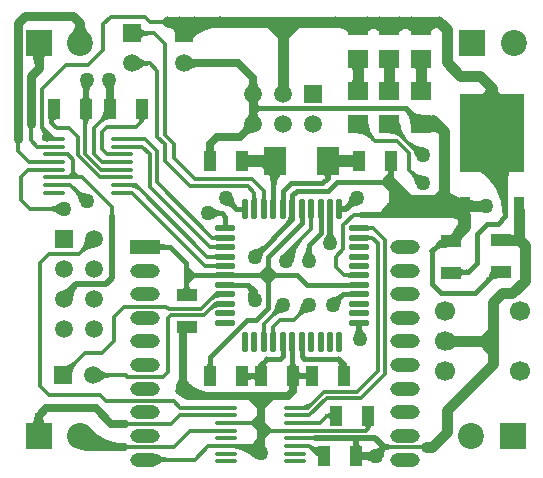
<source format=gtl>
%FSLAX25Y25*%
%MOIN*%
G70*
G01*
G75*
G04 Layer_Physical_Order=1*
G04 Layer_Color=255*
%ADD10C,0.02756*%
%ADD11C,0.01181*%
%ADD12C,0.01969*%
%ADD13C,0.01575*%
%ADD14C,0.03543*%
%ADD15C,0.03937*%
%ADD16C,0.03150*%
%ADD17R,0.04331X0.06693*%
%ADD18R,0.07480X0.09449*%
%ADD19O,0.07874X0.01378*%
%ADD20R,0.06693X0.04331*%
%ADD21R,0.03740X0.08661*%
%ADD22R,0.21654X0.26378*%
%ADD23O,0.06890X0.02165*%
%ADD24O,0.02165X0.06890*%
%ADD25R,0.07087X0.06299*%
G04:AMPARAMS|DCode=26|XSize=49.5mil|YSize=30mil|CornerRadius=0mil|HoleSize=0mil|Usage=FLASHONLY|Rotation=315.000|XOffset=0mil|YOffset=0mil|HoleType=Round|Shape=Rectangle|*
%AMROTATEDRECTD26*
4,1,4,-0.02811,0.00689,-0.00689,0.02811,0.02811,-0.00689,0.00689,-0.02811,-0.02811,0.00689,0.0*
%
%ADD26ROTATEDRECTD26*%

G04:AMPARAMS|DCode=27|XSize=49.5mil|YSize=30mil|CornerRadius=0mil|HoleSize=0mil|Usage=FLASHONLY|Rotation=45.000|XOffset=0mil|YOffset=0mil|HoleType=Round|Shape=Rectangle|*
%AMROTATEDRECTD27*
4,1,4,-0.00689,-0.02811,-0.02811,-0.00689,0.00689,0.02811,0.02811,0.00689,-0.00689,-0.02811,0.0*
%
%ADD27ROTATEDRECTD27*%

G04:AMPARAMS|DCode=28|XSize=42.4mil|YSize=15.23mil|CornerRadius=0mil|HoleSize=0mil|Usage=FLASHONLY|Rotation=315.000|XOffset=0mil|YOffset=0mil|HoleType=Round|Shape=Rectangle|*
%AMROTATEDRECTD28*
4,1,4,-0.02038,0.00961,-0.00961,0.02038,0.02038,-0.00961,0.00961,-0.02038,-0.02038,0.00961,0.0*
%
%ADD28ROTATEDRECTD28*%

G04:AMPARAMS|DCode=29|XSize=65mil|YSize=27.71mil|CornerRadius=0mil|HoleSize=0mil|Usage=FLASHONLY|Rotation=315.000|XOffset=0mil|YOffset=0mil|HoleType=Round|Shape=Rectangle|*
%AMROTATEDRECTD29*
4,1,4,-0.03278,0.01318,-0.01318,0.03278,0.03278,-0.01318,0.01318,-0.03278,-0.03278,0.01318,0.0*
%
%ADD29ROTATEDRECTD29*%

G04:AMPARAMS|DCode=30|XSize=60.87mil|YSize=31.82mil|CornerRadius=0mil|HoleSize=0mil|Usage=FLASHONLY|Rotation=45.000|XOffset=0mil|YOffset=0mil|HoleType=Round|Shape=Rectangle|*
%AMROTATEDRECTD30*
4,1,4,-0.01027,-0.03277,-0.03277,-0.01027,0.01027,0.03277,0.03277,0.01027,-0.01027,-0.03277,0.0*
%
%ADD30ROTATEDRECTD30*%

G04:AMPARAMS|DCode=31|XSize=55mil|YSize=25mil|CornerRadius=0mil|HoleSize=0mil|Usage=FLASHONLY|Rotation=45.000|XOffset=0mil|YOffset=0mil|HoleType=Round|Shape=Rectangle|*
%AMROTATEDRECTD31*
4,1,4,-0.01061,-0.02828,-0.02828,-0.01061,0.01061,0.02828,0.02828,0.01061,-0.01061,-0.02828,0.0*
%
%ADD31ROTATEDRECTD31*%

%ADD32R,0.00500X0.01000*%
G04:AMPARAMS|DCode=33|XSize=65mil|YSize=30mil|CornerRadius=0mil|HoleSize=0mil|Usage=FLASHONLY|Rotation=311.618|XOffset=0mil|YOffset=0mil|HoleType=Round|Shape=Rectangle|*
%AMROTATEDRECTD33*
4,1,4,-0.03280,0.01433,-0.01037,0.03426,0.03280,-0.01433,0.01037,-0.03426,-0.03280,0.01433,0.0*
%
%ADD33ROTATEDRECTD33*%

%ADD34P,0.07071X4X360.0*%
G04:AMPARAMS|DCode=35|XSize=40.51mil|YSize=13.28mil|CornerRadius=0mil|HoleSize=0mil|Usage=FLASHONLY|Rotation=45.000|XOffset=0mil|YOffset=0mil|HoleType=Round|Shape=Rectangle|*
%AMROTATEDRECTD35*
4,1,4,-0.00963,-0.01902,-0.01902,-0.00963,0.00963,0.01902,0.01902,0.00963,-0.00963,-0.01902,0.0*
%
%ADD35ROTATEDRECTD35*%

G04:AMPARAMS|DCode=36|XSize=40mil|YSize=11.71mil|CornerRadius=0mil|HoleSize=0mil|Usage=FLASHONLY|Rotation=51.340|XOffset=0mil|YOffset=0mil|HoleType=Round|Shape=Rectangle|*
%AMROTATEDRECTD36*
4,1,4,-0.00792,-0.01928,-0.01707,-0.01196,0.00792,0.01928,0.01707,0.01196,-0.00792,-0.01928,0.0*
%
%ADD36ROTATEDRECTD36*%

G04:AMPARAMS|DCode=37|XSize=31.15mil|YSize=14.57mil|CornerRadius=0mil|HoleSize=0mil|Usage=FLASHONLY|Rotation=315.000|XOffset=0mil|YOffset=0mil|HoleType=Round|Shape=Rectangle|*
%AMROTATEDRECTD37*
4,1,4,-0.01617,0.00586,-0.00586,0.01617,0.01617,-0.00586,0.00586,-0.01617,-0.01617,0.00586,0.0*
%
%ADD37ROTATEDRECTD37*%

G04:AMPARAMS|DCode=38|XSize=35mil|YSize=15mil|CornerRadius=0mil|HoleSize=0mil|Usage=FLASHONLY|Rotation=45.000|XOffset=0mil|YOffset=0mil|HoleType=Round|Shape=Rectangle|*
%AMROTATEDRECTD38*
4,1,4,-0.00707,-0.01768,-0.01768,-0.00707,0.00707,0.01768,0.01768,0.00707,-0.00707,-0.01768,0.0*
%
%ADD38ROTATEDRECTD38*%

G04:AMPARAMS|DCode=39|XSize=35mil|YSize=15mil|CornerRadius=0mil|HoleSize=0mil|Usage=FLASHONLY|Rotation=315.000|XOffset=0mil|YOffset=0mil|HoleType=Round|Shape=Rectangle|*
%AMROTATEDRECTD39*
4,1,4,-0.01768,0.00707,-0.00707,0.01768,0.01768,-0.00707,0.00707,-0.01768,-0.01768,0.00707,0.0*
%
%ADD39ROTATEDRECTD39*%

G04:AMPARAMS|DCode=40|XSize=17.93mil|YSize=33.18mil|CornerRadius=0mil|HoleSize=0mil|Usage=FLASHONLY|Rotation=315.000|XOffset=0mil|YOffset=0mil|HoleType=Round|Shape=Rectangle|*
%AMROTATEDRECTD40*
4,1,4,-0.01807,-0.00539,0.00539,0.01807,0.01807,0.00539,-0.00539,-0.01807,-0.01807,-0.00539,0.0*
%
%ADD40ROTATEDRECTD40*%

G04:AMPARAMS|DCode=41|XSize=27.23mil|YSize=15mil|CornerRadius=0mil|HoleSize=0mil|Usage=FLASHONLY|Rotation=45.000|XOffset=0mil|YOffset=0mil|HoleType=Round|Shape=Rectangle|*
%AMROTATEDRECTD41*
4,1,4,-0.00432,-0.01493,-0.01493,-0.00432,0.00432,0.01493,0.01493,0.00432,-0.00432,-0.01493,0.0*
%
%ADD41ROTATEDRECTD41*%

G04:AMPARAMS|DCode=42|XSize=30.51mil|YSize=15mil|CornerRadius=0mil|HoleSize=0mil|Usage=FLASHONLY|Rotation=315.000|XOffset=0mil|YOffset=0mil|HoleType=Round|Shape=Rectangle|*
%AMROTATEDRECTD42*
4,1,4,-0.01609,0.00548,-0.00548,0.01609,0.01609,-0.00548,0.00548,-0.01609,-0.01609,0.00548,0.0*
%
%ADD42ROTATEDRECTD42*%

G04:AMPARAMS|DCode=43|XSize=15mil|YSize=10.61mil|CornerRadius=0mil|HoleSize=0mil|Usage=FLASHONLY|Rotation=315.000|XOffset=0mil|YOffset=0mil|HoleType=Round|Shape=Rectangle|*
%AMROTATEDRECTD43*
4,1,4,-0.00905,0.00155,-0.00155,0.00905,0.00905,-0.00155,0.00155,-0.00905,-0.00905,0.00155,0.0*
%
%ADD43ROTATEDRECTD43*%

G04:AMPARAMS|DCode=44|XSize=25mil|YSize=11.24mil|CornerRadius=0mil|HoleSize=0mil|Usage=FLASHONLY|Rotation=41.479|XOffset=0mil|YOffset=0mil|HoleType=Round|Shape=Rectangle|*
%AMROTATEDRECTD44*
4,1,4,-0.00564,-0.01249,-0.01309,-0.00407,0.00564,0.01249,0.01309,0.00407,-0.00564,-0.01249,0.0*
%
%ADD44ROTATEDRECTD44*%

G04:AMPARAMS|DCode=45|XSize=19.45mil|YSize=10mil|CornerRadius=0mil|HoleSize=0mil|Usage=FLASHONLY|Rotation=311.390|XOffset=0mil|YOffset=0mil|HoleType=Round|Shape=Rectangle|*
%AMROTATEDRECTD45*
4,1,4,-0.01018,0.00399,-0.00268,0.01060,0.01018,-0.00399,0.00268,-0.01060,-0.01018,0.00399,0.0*
%
%ADD45ROTATEDRECTD45*%

G04:AMPARAMS|DCode=46|XSize=23.54mil|YSize=10mil|CornerRadius=0mil|HoleSize=0mil|Usage=FLASHONLY|Rotation=45.000|XOffset=0mil|YOffset=0mil|HoleType=Round|Shape=Rectangle|*
%AMROTATEDRECTD46*
4,1,4,-0.00479,-0.01186,-0.01186,-0.00479,0.00479,0.01186,0.01186,0.00479,-0.00479,-0.01186,0.0*
%
%ADD46ROTATEDRECTD46*%

G04:AMPARAMS|DCode=47|XSize=49.5mil|YSize=17.93mil|CornerRadius=0mil|HoleSize=0mil|Usage=FLASHONLY|Rotation=45.000|XOffset=0mil|YOffset=0mil|HoleType=Round|Shape=Rectangle|*
%AMROTATEDRECTD47*
4,1,4,-0.01116,-0.02384,-0.02384,-0.01116,0.01116,0.02384,0.02384,0.01116,-0.01116,-0.02384,0.0*
%
%ADD47ROTATEDRECTD47*%

G04:AMPARAMS|DCode=48|XSize=71.37mil|YSize=59.39mil|CornerRadius=0mil|HoleSize=0mil|Usage=FLASHONLY|Rotation=330.602|XOffset=0mil|YOffset=0mil|HoleType=Round|Shape=Rectangle|*
%AMROTATEDRECTD48*
4,1,4,-0.04567,-0.00836,-0.01652,0.04339,0.04567,0.00836,0.01652,-0.04339,-0.04567,-0.00836,0.0*
%
%ADD48ROTATEDRECTD48*%

G04:AMPARAMS|DCode=49|XSize=106.12mil|YSize=43.14mil|CornerRadius=0mil|HoleSize=0mil|Usage=FLASHONLY|Rotation=315.000|XOffset=0mil|YOffset=0mil|HoleType=Round|Shape=Rectangle|*
%AMROTATEDRECTD49*
4,1,4,-0.05277,0.02227,-0.02227,0.05277,0.05277,-0.02227,0.02227,-0.05277,-0.05277,0.02227,0.0*
%
%ADD49ROTATEDRECTD49*%

G04:AMPARAMS|DCode=50|XSize=43.52mil|YSize=25.48mil|CornerRadius=0mil|HoleSize=0mil|Usage=FLASHONLY|Rotation=50.423|XOffset=0mil|YOffset=0mil|HoleType=Round|Shape=Rectangle|*
%AMROTATEDRECTD50*
4,1,4,-0.00405,-0.02489,-0.02368,-0.00866,0.00405,0.02489,0.02368,0.00866,-0.00405,-0.02489,0.0*
%
%ADD50ROTATEDRECTD50*%

%ADD51R,0.19500X0.06500*%
%ADD52R,0.05906X0.05906*%
%ADD53C,0.05906*%
%ADD54O,0.09843X0.04724*%
%ADD55R,0.09843X0.04724*%
%ADD56R,0.05906X0.05906*%
%ADD57C,0.06693*%
%ADD58C,0.08661*%
%ADD59R,0.08661X0.08661*%
%ADD60C,0.05000*%
D10*
X86707Y13793D02*
G03*
X87500Y15709I-1915J1915D01*
G01*
D02*
G03*
X88293Y13793I2709J0D01*
G01*
X37185Y134344D02*
G03*
X36207Y136707I-3341J0D01*
G01*
X60345Y33845D02*
G03*
X64798Y32000I4453J4453D01*
G01*
X62293Y35793D02*
G03*
X71451Y32000I9158J9158D01*
G01*
X62606Y34811D02*
G03*
X63500Y32000I3163J-541D01*
G01*
X60707Y35793D02*
G03*
X61500Y37709I-1915J1915D01*
G01*
D02*
G03*
X62293Y35793I2709J0D01*
G01*
X125207Y11207D02*
G03*
X123291Y12000I-1915J-1915D01*
G01*
D02*
G03*
X125207Y12793I0J2709D01*
G01*
X62376Y54443D02*
G03*
X61500Y52329I2114J-2114D01*
G01*
X11511Y20998D02*
G03*
X13500Y25500I-4102J4502D01*
G01*
D02*
G03*
X15489Y20998I6090J0D01*
G01*
X25337Y17149D02*
G03*
X30011Y15000I4674J4009D01*
G01*
X27429Y18943D02*
G03*
X36005Y15000I8576J7355D01*
G01*
X29521Y20737D02*
G03*
X41999Y15000I12478J10702D01*
G01*
X30164Y18182D02*
G03*
X31094Y15000I3372J-740D01*
G01*
X31094Y15000D02*
G03*
X27913Y15931I-2441J-2441D01*
G01*
X63113Y144114D02*
G03*
X65802Y143000I2688J2688D01*
G01*
D02*
G03*
X63113Y141886I0J-3802D01*
G01*
X83886Y133929D02*
G03*
X85000Y136617I-2688J2688D01*
G01*
D02*
G03*
X86114Y133929I3802J0D01*
G01*
Y131701D02*
G03*
X85000Y129013I2688J-2688D01*
G01*
D02*
G03*
X83886Y131701I-3802J0D01*
G01*
Y123928D02*
G03*
X85000Y126617I-2688J2688D01*
G01*
D02*
G03*
X86114Y123928I3802J0D01*
G01*
X85000Y121240D02*
G03*
X82312Y120127I0J-3802D01*
G01*
D02*
G03*
X83425Y122815I-2688J2688D01*
G01*
X37740Y22760D02*
X42342D01*
X32500Y28000D02*
X37740Y22760D01*
X16000Y28000D02*
X32500D01*
X13500Y25500D02*
X16000Y28000D01*
X13500Y18815D02*
Y25500D01*
X31095Y15000D02*
X42000D01*
X27279Y18815D02*
X31095Y15000D01*
X61500Y53500D02*
X63000Y55000D01*
X61500Y34000D02*
X63500Y32000D01*
X98315Y33815D02*
Y38815D01*
X96500Y32000D02*
X98315Y33815D01*
X70685Y110500D02*
Y116185D01*
X73000Y118500D01*
X80685D01*
X85000Y122815D01*
X62000Y143000D02*
X80000D01*
X85000Y138000D01*
Y132815D02*
Y138000D01*
X119315Y12000D02*
X126000D01*
X85000Y122815D02*
Y128000D01*
Y132815D01*
X61500Y34000D02*
Y35000D01*
Y53500D01*
X37185Y127815D02*
Y137315D01*
X63500Y32000D02*
X87500D01*
X96500D01*
X87500Y13000D02*
Y32000D01*
D11*
X88655Y14155D02*
G03*
X85466Y15476I-3189J-3189D01*
G01*
X87820Y13320D02*
G03*
X82614Y15476I-5206J-5206D01*
G01*
X86985Y12485D02*
G03*
X79763Y15476I-7222J-7222D01*
G01*
X86150Y11650D02*
G03*
X76912Y15476I-9238J-9238D01*
G01*
X27591Y97000D02*
G03*
X26240Y100260I-4610J0D01*
G01*
X26240Y100260D02*
G03*
X29500Y98909I3260J3260D01*
G01*
X96995Y80495D02*
G03*
X95547Y77000I3495J-3495D01*
G01*
X99011Y82511D02*
G03*
X96728Y77000I5511J-5511D01*
G01*
X101027Y84527D02*
G03*
X97909Y77000I7527J-7527D01*
G01*
X103500Y60590D02*
G03*
X100240Y59240I0J-4610D01*
G01*
X100240Y59240D02*
G03*
X101591Y62500I-3260J3260D01*
G01*
X95000Y60590D02*
G03*
X91740Y59240I0J-4610D01*
G01*
X91740Y59240D02*
G03*
X93090Y62500I-3260J3260D01*
G01*
X139591Y112500D02*
G03*
X138777Y114463I-2777J0D01*
G01*
X138960Y114280D02*
G03*
X141500Y113228I2540J2540D01*
G01*
X136944Y116297D02*
G03*
X141500Y114409I4556J4556D01*
G01*
X139591Y103000D02*
G03*
X138240Y106260I-4610J0D01*
G01*
X138240Y106260D02*
G03*
X141500Y104909I3260J3260D01*
G01*
X20650Y93150D02*
G03*
X17390Y94500I-3260J-3260D01*
G01*
D02*
G03*
X20650Y95850I0J4610D01*
G01*
X121647Y122803D02*
G03*
X122899Y119779I4277J0D01*
G01*
X122828Y122803D02*
G03*
X124916Y117762I7129J0D01*
G01*
X123965Y118713D02*
G03*
X120269Y120244I-3697J-3697D01*
G01*
X132209Y122803D02*
G03*
X133462Y119779I4277J0D01*
G01*
X133390Y122803D02*
G03*
X135478Y117762I7129J0D01*
G01*
X134528Y118713D02*
G03*
X130831Y120244I-3697J-3697D01*
G01*
X104647Y91849D02*
G03*
X104299Y91009I840J-840D01*
G01*
D02*
G03*
X103951Y91849I-1188J0D01*
G01*
X88203Y97269D02*
G03*
X88551Y98109I-840J840D01*
G01*
D02*
G03*
X88899Y97269I1188J0D01*
G01*
X85054D02*
G03*
X85402Y98109I-840J840D01*
G01*
D02*
G03*
X85750Y97269I1188J0D01*
G01*
X73046Y84565D02*
G03*
X72206Y84913I-840J-840D01*
G01*
D02*
G03*
X73046Y85261I0J1188D01*
G01*
Y81416D02*
G03*
X72206Y81764I-840J-840D01*
G01*
D02*
G03*
X73046Y82112I0J1188D01*
G01*
Y78266D02*
G03*
X72206Y78614I-840J-840D01*
G01*
D02*
G03*
X73046Y78962I0J1188D01*
G01*
Y75117D02*
G03*
X72206Y75465I-840J-840D01*
G01*
D02*
G03*
X73046Y75813I0J1188D01*
G01*
X73394Y65524D02*
G03*
X71055Y64555I0J-3308D01*
G01*
X73394Y62374D02*
G03*
X70799Y61299I0J-3669D01*
G01*
X88203Y52781D02*
G03*
X88551Y53621I-840J840D01*
G01*
D02*
G03*
X88899Y52781I1188J0D01*
G01*
X91353D02*
G03*
X91701Y53621I-840J840D01*
G01*
D02*
G03*
X92049Y52781I1188J0D01*
G01*
X117534Y71967D02*
G03*
X116694Y72315I-840J-840D01*
G01*
D02*
G03*
X117534Y72663I0J1188D01*
G01*
X122954Y85261D02*
G03*
X123794Y84913I840J840D01*
G01*
D02*
G03*
X122954Y84565I0J-1188D01*
G01*
Y88411D02*
G03*
X123794Y88063I840J840D01*
G01*
D02*
G03*
X122954Y87715I0J-1188D01*
G01*
X46937Y101378D02*
G03*
X44665Y102319I-2272J-2272D01*
G01*
X16323Y117329D02*
G03*
X15712Y120642I-2710J1213D01*
G01*
X15245Y117812D02*
G03*
X14500Y121854I-3306J1481D01*
G01*
X18816Y126263D02*
G03*
X17685Y124662I567J-1601D01*
G01*
X19211Y125150D02*
G03*
X17685Y122990I765J-2159D01*
G01*
X30428Y125520D02*
G03*
X29000Y122072I3449J-3449D01*
G01*
Y123592D02*
G03*
X28201Y125520I-2727J0D01*
G01*
X48711Y125339D02*
G03*
X47815Y123630I1182J-1709D01*
G01*
D02*
G03*
X46919Y125339I-2077J0D01*
G01*
X37185Y125059D02*
G03*
X34409Y123909I0J-3926D01*
G01*
X34533Y124033D02*
G03*
X35610Y126634I-2601J2601D01*
G01*
X102165Y28370D02*
G03*
X104222Y29222I0J2908D01*
G01*
X105969Y13031D02*
G03*
X109001Y12460I1934J1934D01*
G01*
X104746Y14254D02*
G03*
X108527Y13542I2411J2411D01*
G01*
X103524Y15476D02*
G03*
X108053Y14623I2889J2889D01*
G01*
X107397Y12275D02*
G03*
X106000Y13000I-1397J-983D01*
G01*
D02*
G03*
X107242Y13812I0J1356D01*
G01*
X111434Y24544D02*
G03*
X109500Y25500I-1933J-1477D01*
G01*
D02*
G03*
X111434Y26456I0J2433D01*
G01*
X124211Y23024D02*
G03*
X123315Y21315I1182J-1709D01*
G01*
D02*
G03*
X122419Y23024I-2077J0D01*
G01*
X32000Y82138D02*
G03*
X27968Y80467I0J-5703D01*
G01*
D02*
G03*
X29638Y84500I-4033J4033D01*
G01*
X33170Y40670D02*
G03*
X37203Y39000I4033J4033D01*
G01*
D02*
G03*
X33170Y37330I0J-5703D01*
G01*
X21500Y41362D02*
G03*
X25532Y43033I0J5703D01*
G01*
D02*
G03*
X23862Y39000I4033J-4033D01*
G01*
X52812Y12201D02*
G03*
X55836Y10949I3024J3024D01*
G01*
D02*
G03*
X52812Y9696I0J-4277D01*
G01*
X46170Y144670D02*
G03*
X50203Y143000I4033J4033D01*
G01*
D02*
G03*
X46170Y141330I0J-5703D01*
G01*
Y154670D02*
G03*
X50203Y153000I4033J4033D01*
G01*
D02*
G03*
X46170Y151330I0J-5703D01*
G01*
X14000Y76500D02*
X17000Y79500D01*
X14000Y35500D02*
Y76500D01*
Y35500D02*
X17000Y32500D01*
X7500Y105000D02*
X10035Y107535D01*
X7500Y97500D02*
Y105000D01*
Y97500D02*
X10500Y94500D01*
X22000D01*
X10035Y107535D02*
X18583D01*
X37185Y126685D02*
Y127815D01*
X32000Y121500D02*
X37185Y126685D01*
X32000Y112815D02*
Y121500D01*
X36315Y121815D02*
X46000D01*
X34500Y120000D02*
X36315Y121815D01*
X34500Y114500D02*
Y120000D01*
X36346Y112654D02*
X41417D01*
X34500Y114500D02*
X36346Y112654D01*
X55500Y119000D02*
Y149500D01*
X52000Y153000D02*
X55500Y149500D01*
X44500Y153000D02*
X52000D01*
X50500Y143000D02*
X53000Y140500D01*
Y118500D02*
Y140500D01*
Y118500D02*
X55500Y116000D01*
Y119000D02*
X58500Y116000D01*
X83216Y102000D02*
X85402Y99814D01*
X64000Y102000D02*
X83216D01*
X55500Y110500D02*
X64000Y102000D01*
X55500Y110500D02*
Y116000D01*
X65500Y104500D02*
X84500D01*
X58500Y111500D02*
X65500Y104500D01*
X58500Y111500D02*
Y116000D01*
X115000Y89000D02*
X118500Y92500D01*
X121000D01*
X17685Y123130D02*
Y127815D01*
X46000Y121815D02*
X47815Y123630D01*
Y127815D01*
X32000Y112815D02*
X34721Y110094D01*
X41417D01*
X17685Y123130D02*
X19500Y121315D01*
X13102Y115213D02*
X18583D01*
X6500Y113815D02*
Y117815D01*
Y113815D02*
X10221Y110094D01*
X18583D01*
X41417Y117772D02*
X49043D01*
X41417Y115213D02*
X48102D01*
X41417Y102417D02*
X45898D01*
X71402Y84913D02*
X75756D01*
X70551Y81764D02*
X75756D01*
X45898Y102417D02*
X69701Y78614D01*
X75756D01*
X41417Y99858D02*
X44457D01*
X68850Y75465D01*
X75756D01*
X34280Y107535D02*
X41417D01*
X33839Y104976D02*
X41417D01*
X18583Y112654D02*
X23161D01*
X25000Y110815D01*
X11000Y117315D02*
X13102Y115213D01*
X11000Y117315D02*
Y122815D01*
X29000Y112815D02*
X34280Y107535D01*
X29000Y112815D02*
Y127130D01*
X26500Y112315D02*
X33839Y104976D01*
X19500Y121315D02*
X23500D01*
X26500Y118315D01*
Y112315D02*
Y118315D01*
X14500Y121854D02*
Y134315D01*
Y121854D02*
X18583Y117772D01*
X69976Y15476D02*
X76083D01*
X65449Y10949D02*
X69976Y15476D01*
X49000Y10949D02*
X65449D01*
X42342Y22760D02*
X57760D01*
X60713Y25713D01*
X76083D01*
X64095Y20595D02*
X76083D01*
X58500Y15000D02*
X64095Y20595D01*
X42000Y15000D02*
X58500D01*
X76083Y23154D02*
X87500D01*
Y20595D02*
X98917D01*
X76083Y15476D02*
X87500D01*
X98917Y28272D02*
X103272D01*
X108468Y33468D01*
X119468D01*
X126500Y40500D01*
X121000Y31500D02*
X129000Y39500D01*
X123315Y21315D02*
Y25500D01*
X109500D02*
X112685D01*
X107153Y23154D02*
X109500Y25500D01*
X98917Y23154D02*
X107153D01*
X98917Y20595D02*
X122594D01*
X123315Y21315D01*
X98917Y18035D02*
X105465D01*
X105500Y18000D01*
X130000Y15000D02*
X142500D01*
X120244Y84913D02*
X124587D01*
X126500Y83000D01*
Y40500D02*
Y83000D01*
X120244Y88063D02*
X124937D01*
X129000Y84000D01*
Y39500D02*
Y84000D01*
X56500Y58000D02*
X57500Y59000D01*
X56067Y61933D02*
X57000Y61000D01*
X60728Y28272D02*
X76083D01*
X58500Y30500D02*
X60728Y28272D01*
X36000Y30500D02*
X58500D01*
X57500Y59000D02*
X68500D01*
X72366Y62866D01*
X75756D01*
X57000Y61000D02*
X67500D01*
X72516Y66016D01*
X75756D01*
X85402Y94559D02*
Y99814D01*
X88551Y94559D02*
Y100449D01*
X84500Y104500D02*
X88551Y100449D01*
X44500Y143000D02*
X50500D01*
Y101815D02*
X70551Y81764D01*
X50500Y101815D02*
Y112815D01*
X48102Y115213D02*
X50500Y112815D01*
X53000Y103315D02*
X71402Y84913D01*
X53000Y103315D02*
Y113815D01*
X49043Y117772D02*
X53000Y113815D01*
X130438Y122803D02*
X140741Y112500D01*
X141500D01*
X119875Y122803D02*
X125678Y117000D01*
X133000D01*
X137000Y113000D01*
Y107500D02*
Y113000D01*
Y107500D02*
X141500Y103000D01*
X88551Y50071D02*
Y56051D01*
X95000Y62500D01*
X91701Y50071D02*
Y55201D01*
X94000Y57500D01*
X98500D01*
X103500Y62500D01*
X14500Y134315D02*
X22685Y142500D01*
X30000D01*
X35000Y147500D01*
X28315Y127815D02*
X29000Y127130D01*
X98917Y15476D02*
X103524D01*
X106000Y13000D01*
X108500D01*
X104299Y87799D02*
Y94559D01*
X96000Y79500D02*
X104299Y87799D01*
X96000Y77000D02*
Y79500D01*
X25000Y104976D02*
Y110815D01*
X38000Y92000D02*
Y95000D01*
X18583Y104976D02*
X28024D01*
X38000Y95000D01*
X24083Y102417D02*
X29500Y97000D01*
X18583Y102417D02*
X24083D01*
X115000Y81000D02*
Y89000D01*
X112500Y78500D02*
X115000Y81000D01*
X112500Y75000D02*
Y78500D01*
Y75000D02*
X115185Y72315D01*
X120244D01*
X98917Y25713D02*
X103713D01*
X109500Y31500D01*
X121000D01*
X17000Y32500D02*
X34000D01*
X36000Y30500D01*
X31500Y39000D02*
X42500D01*
X43000Y38500D01*
X55000D01*
X56500Y40000D01*
Y58000D01*
X41933Y61933D02*
X56067D01*
X34500Y46500D02*
X38500Y50500D01*
Y58500D01*
X41933Y61933D01*
X21500Y39000D02*
X29000Y46500D01*
X34500D01*
X17000Y79500D02*
X27000D01*
X32000Y84500D01*
X49000Y158500D02*
X50673Y156827D01*
X56500D01*
X35000Y147500D02*
Y156000D01*
X37500Y158500D01*
X49000D01*
D12*
X119500Y96484D02*
G03*
X116912Y95412I0J-3659D01*
G01*
X116912Y95412D02*
G03*
X117984Y98000I-2588J2588D01*
G01*
X126000Y13516D02*
G03*
X127734Y14234I0J2452D01*
G01*
X128500Y15000D02*
G03*
X127506Y12167I2450J-2450D01*
G01*
X30572Y136428D02*
G03*
X29315Y133394I3034J-3034D01*
G01*
Y134287D02*
G03*
X28428Y136428I-3028J0D01*
G01*
X109527Y84072D02*
G03*
X110598Y86659I-2588J2588D01*
G01*
D02*
G03*
X111670Y84072I3659J0D01*
G01*
X119428Y52072D02*
G03*
X120244Y54041I-1970J1970D01*
G01*
Y55277D02*
G03*
X121572Y52072I4533J0D01*
G01*
X28480Y129831D02*
G03*
X29315Y131848I-2016J2016D01*
G01*
D02*
G03*
X30150Y129831I2851J0D01*
G01*
X154897Y90905D02*
G03*
X151047Y92500I-3850J-3850D01*
G01*
X86850Y37980D02*
G03*
X85294Y38624I-1556J-1556D01*
G01*
X84374D02*
G03*
X86850Y39650I0J3502D01*
G01*
X82150Y39460D02*
G03*
X84166Y38624I2016J2016D01*
G01*
D02*
G03*
X82150Y37789I0J-2851D01*
G01*
X118480Y14016D02*
G03*
X119315Y16033I-2016J2016D01*
G01*
D02*
G03*
X120150Y14016I2851J0D01*
G01*
X22000Y66469D02*
G03*
X23653Y67153I0J2338D01*
G01*
X26000Y69500D02*
G03*
X23968Y64521I4905J-4905D01*
G01*
X121000Y92500D02*
X155524D01*
X81315Y38624D02*
X87494D01*
X125500Y18000D02*
X128500Y15000D01*
X130000D01*
X120244Y51256D02*
Y56567D01*
Y51256D02*
X120500Y51000D01*
X110598Y83000D02*
Y94559D01*
X113748D02*
X113807Y94500D01*
X29315Y127815D02*
Y137500D01*
X105500Y18000D02*
X119500D01*
X125500D01*
X119315Y12000D02*
Y17815D01*
X119500Y18000D01*
X126000Y12500D02*
X128500Y15000D01*
X126000Y12000D02*
Y12500D01*
X22000Y64500D02*
Y65500D01*
X26000Y69500D01*
X36000D01*
X38000Y71500D01*
Y92000D01*
X113748Y94559D02*
X116059D01*
X119500Y98000D01*
D13*
X111500Y64213D02*
G03*
X114424Y65424I0J4135D01*
G01*
D02*
G03*
X113213Y62500I2924J-2924D01*
G01*
X85500Y80213D02*
G03*
X88424Y81424I0J4135D01*
G01*
D02*
G03*
X87213Y78500I2924J-2924D01*
G01*
X102289Y78211D02*
G03*
X103500Y81135I-2924J2924D01*
G01*
D02*
G03*
X104711Y78211I4135J0D01*
G01*
X84629Y65475D02*
G03*
X85500Y67000I-900J1525D01*
G01*
D02*
G03*
X86371Y65475I1771J0D01*
G01*
X85378Y64065D02*
G03*
X84840Y67660I-2699J1434D01*
G01*
X83987Y64803D02*
G03*
X83335Y69165I-3275J1740D01*
G01*
X71211Y94211D02*
G03*
X74135Y93000I2924J2924D01*
G01*
D02*
G03*
X71211Y91789I0J-4135D01*
G01*
X77713Y98000D02*
G03*
X78924Y95076I4135J0D01*
G01*
D02*
G03*
X76000Y96287I-2924J-2924D01*
G01*
X62026Y66604D02*
G03*
X62685Y68196I-1592J1592D01*
G01*
Y69717D02*
G03*
X63974Y66604I4402J0D01*
G01*
X138244Y122803D02*
G03*
X136295Y127508I-6653J0D01*
G01*
X137246Y126557D02*
G03*
X140606Y125165I3360J3360D01*
G01*
X96650Y89650D02*
G03*
X97705Y92197I-2547J2547D01*
G01*
X171599Y110318D02*
G03*
X169000Y104044I6274J-6274D01*
G01*
Y106036D02*
G03*
X163441Y115529I-10885J0D01*
G01*
X169000Y103346D02*
G03*
X162670Y114155I-12394J0D01*
G01*
X169000Y100657D02*
G03*
X161900Y112782I-13902J0D01*
G01*
X169000Y97968D02*
G03*
X161129Y111408I-15411J0D01*
G01*
X169000Y95279D02*
G03*
X160359Y110035I-16919J0D01*
G01*
X169000Y92590D02*
G03*
X159588Y108662I-18428J0D01*
G01*
X149833Y84011D02*
G03*
X146932Y82933I-272J-3707D01*
G01*
X149718Y82441D02*
G03*
X144500Y80500I-490J-6668D01*
G01*
X153156Y74159D02*
G03*
X154747Y73500I1592J1592D01*
G01*
X156268D02*
G03*
X153156Y72211I0J-4402D01*
G01*
X166319Y72122D02*
G03*
X163422Y70922I0J-4097D01*
G01*
X164192Y71692D02*
G03*
X164941Y73500I-1808J1808D01*
G01*
X99289Y39789D02*
G03*
X101642Y38815I2352J2352D01*
G01*
D02*
G03*
X99289Y37841I0J-3327D01*
G01*
X97341Y40970D02*
G03*
X98000Y42562I-1592J1592D01*
G01*
Y44083D02*
G03*
X99289Y40970I4402J0D01*
G01*
X86815Y41065D02*
G03*
X87494Y42494I-1164J1430D01*
G01*
Y42494D02*
G03*
X88284Y41237I1396J0D01*
G01*
X87983Y42983D02*
G03*
X87511Y39905I1860J-1860D01*
G01*
X89500Y44500D02*
G03*
X88907Y40633I2337J-2337D01*
G01*
X69711Y40780D02*
G03*
X70685Y43132I-2352J2352D01*
G01*
D02*
G03*
X71659Y40780I3327J0D01*
G01*
X114510Y41115D02*
G03*
X115315Y42685I-1130J1570D01*
G01*
D02*
G03*
X116120Y41115I1935J0D01*
G01*
X115489Y39905D02*
G03*
X115017Y42983I-2333J1217D01*
G01*
X114093Y40633D02*
G03*
X113500Y44500I-2930J1529D01*
G01*
X103711Y37841D02*
G03*
X101358Y38815I-2352J-2352D01*
G01*
D02*
G03*
X103711Y39789I0J3327D01*
G01*
X111118Y106845D02*
G03*
X109858Y104859I937J-1987D01*
G01*
D02*
G03*
X108599Y106845I-2197J0D01*
G01*
X89701Y107853D02*
G03*
X85642Y110000I-4059J-2765D01*
G01*
X86182D02*
G03*
X90054Y111604I0J5475D01*
G01*
X93116Y108541D02*
G03*
X91701Y105124I3417J-3417D01*
G01*
X94230Y107428D02*
G03*
X91701Y101323I6105J-6105D01*
G01*
Y103452D02*
G03*
X90054Y107428I-5623J0D01*
G01*
X131789Y108344D02*
G03*
X130815Y105992I2352J-2352D01*
G01*
D02*
G03*
X129841Y108344I-3327J0D01*
G01*
X52673Y82929D02*
G03*
X55361Y81815I2688J2688D01*
G01*
D02*
G03*
X52673Y80701I0J-3802D01*
G01*
X169000Y92000D02*
Y115279D01*
X166500Y89500D02*
X169000Y92000D01*
X163000Y89500D02*
X166500D01*
X147815Y83815D02*
X151000D01*
X144500Y80500D02*
X147815Y83815D01*
X144500Y69500D02*
Y80500D01*
X147500Y66500D02*
X159000D01*
X144500Y69500D02*
X147500Y66500D01*
X120244Y88063D02*
X120307Y88000D01*
X98315Y38815D02*
X104685D01*
X105315D01*
X98000Y39130D02*
Y50071D01*
Y39130D02*
X98315Y38815D01*
X115315D02*
Y42685D01*
X101150Y45350D02*
Y50071D01*
Y45350D02*
X102000Y44500D01*
X113500D01*
X115315Y42685D01*
X94850Y45350D02*
Y50071D01*
X94000Y44500D02*
X94850Y45350D01*
X89500Y44500D02*
X94000D01*
X87494Y42494D02*
X89500Y44500D01*
X87494Y38624D02*
Y42494D01*
X85642Y110000D02*
X90000D01*
X91701Y108299D01*
Y94559D02*
Y108299D01*
X75756Y88063D02*
Y91744D01*
X74500Y93000D02*
X75756Y91744D01*
X70000Y93000D02*
X74500D01*
X79441Y94559D02*
X82252D01*
X76000Y98000D02*
X79441Y94559D01*
X75756Y69165D02*
X83335D01*
X85500Y67000D01*
Y64000D02*
Y67000D01*
X75756Y72315D02*
X90000D01*
X70685Y38624D02*
Y45185D01*
X83000Y57500D01*
X108000Y103000D02*
X109858Y104858D01*
Y110500D01*
X94850Y94559D02*
Y100350D01*
X97500Y103000D01*
X108000D01*
X98000Y94559D02*
Y99000D01*
X130815Y93500D02*
Y110500D01*
X130438Y122063D02*
Y122803D01*
X131197D01*
X83000Y57500D02*
X86000D01*
X90000Y61500D01*
X103500Y77000D02*
Y82500D01*
X107449Y86449D01*
Y94559D01*
X101150Y89650D02*
Y94559D01*
X90000Y78500D02*
X101150Y89650D01*
X90000Y61500D02*
Y72315D01*
Y78500D01*
X151000Y73500D02*
X156500D01*
X161000Y116279D02*
X164500Y119780D01*
X166000Y73500D02*
X167500D01*
X159000Y66500D02*
X166000Y73500D01*
X85000Y128000D02*
X135803D01*
X141000Y122803D01*
X98000Y91000D02*
Y94559D01*
X85500Y78500D02*
X98000Y91000D01*
X115016Y66016D02*
X120244D01*
X111500Y62500D02*
X115016Y66016D01*
X90000Y72315D02*
X99685D01*
X102835Y69165D01*
X120244D01*
X98000Y99000D02*
X99500Y100500D01*
X110000D01*
X113000Y103500D01*
X130815D01*
X164500Y119780D02*
X169000Y115279D01*
X156500Y73500D02*
X159500Y76500D01*
Y86000D01*
X163000Y89500D01*
X49000Y81815D02*
X57185D01*
X62685Y72315D02*
X75756D01*
X62685Y65945D02*
Y72315D01*
Y65945D02*
X63000Y65630D01*
X62685Y72315D02*
Y76315D01*
X57185Y81815D02*
X62685Y76315D01*
D14*
X118507Y154352D02*
G03*
X112533Y156827I-5974J-5974D01*
G01*
X127217D02*
G03*
X121243Y154352I0J-8448D01*
G01*
X120849Y143329D02*
G03*
X119875Y140977I2352J-2352D01*
G01*
D02*
G03*
X118901Y143329I-3327J0D01*
G01*
X129069Y154352D02*
G03*
X123096Y156827I-5974J-5974D01*
G01*
X137779D02*
G03*
X131806Y154352I0J-8448D01*
G01*
X131412Y143329D02*
G03*
X130438Y140977I2352J-2352D01*
G01*
D02*
G03*
X129463Y143329I-3327J0D01*
G01*
X139632Y154352D02*
G03*
X133658Y156827I-5974J-5974D01*
G01*
X146988D02*
G03*
X142515Y154525I0J-5498D01*
G01*
X141974Y143329D02*
G03*
X141000Y140977I2352J-2352D01*
G01*
D02*
G03*
X140026Y143329I-3327J0D01*
G01*
X118901Y134801D02*
G03*
X119875Y137153I-2352J2352D01*
G01*
D02*
G03*
X120849Y134801I3327J0D01*
G01*
X129463D02*
G03*
X130438Y137153I-2352J2352D01*
G01*
D02*
G03*
X131412Y134801I3327J0D01*
G01*
X140026D02*
G03*
X141000Y137153I-2352J2352D01*
G01*
D02*
G03*
X141974Y134801I3327J0D01*
G01*
X142368Y123777D02*
G03*
X144720Y122803I2352J2352D01*
G01*
D02*
G03*
X142368Y121829I0J-3327D01*
G01*
X148500Y120500D02*
G03*
X142005Y121568I-3992J-3992D01*
G01*
X161566Y130708D02*
G03*
X164500Y134815I-1406J4106D01*
G01*
D02*
G03*
X167434Y130708I4340J0D01*
G01*
X155593Y96522D02*
G03*
X158061Y95500I2468J2468D01*
G01*
X153098Y85913D02*
G03*
X155425Y91531I-5619J5619D01*
G01*
X153688Y86503D02*
G03*
X152575Y83815I2688J-2688D01*
G01*
X150114Y51429D02*
G03*
X152802Y50315I2688J2688D01*
G01*
D02*
G03*
X150114Y49201I0J-3802D01*
G01*
X64352Y153221D02*
G03*
X60392Y156827I-3960J-372D01*
G01*
X60824Y152890D02*
G03*
X56500Y156827I-4324J-406D01*
G01*
X65536D02*
G03*
X60330Y154670I0J-7362D01*
G01*
X74090Y156827D02*
G03*
X62835Y152165I0J-15917D01*
G01*
X164874Y42874D02*
Y63374D01*
X149500Y27500D02*
X164874Y42874D01*
X149500Y20000D02*
Y27500D01*
X154000Y138815D02*
X160500D01*
X149500Y143315D02*
X154000Y138815D01*
X149500Y143315D02*
Y154315D01*
X160500Y138815D02*
X164500Y134815D01*
Y119780D02*
Y134815D01*
X173476Y84339D02*
X173685Y84130D01*
X173476Y84339D02*
Y93992D01*
X167500Y84130D02*
X173685D01*
X146988Y156827D02*
X149500Y154315D01*
X119875Y133827D02*
Y144303D01*
X130438Y133827D02*
Y144303D01*
X141000Y133827D02*
Y144303D01*
X142500Y15000D02*
X144500D01*
X164874Y63374D02*
X167815Y66315D01*
X171315D01*
X95000Y132815D02*
Y156827D01*
X141000Y122803D02*
X146197D01*
X145008Y123992D02*
X148500Y120500D01*
Y93500D02*
Y120500D01*
X151000Y83815D02*
X155524Y88339D01*
X171315Y66315D02*
X175500Y70500D01*
Y82315D01*
X173685Y84130D02*
X175500Y82315D01*
X155500Y96000D02*
X156000Y95500D01*
X162500D01*
X149000Y50315D02*
X164874D01*
X144500Y15000D02*
X149500Y20000D01*
X56500Y156827D02*
X146988D01*
X155524Y88339D02*
Y92500D01*
D15*
X111111Y111753D02*
G03*
X114135Y110500I3024J3024D01*
G01*
D02*
G03*
X111111Y109247I0J-4277D01*
G01*
X90889D02*
G03*
X87865Y110500I-3024J-3024D01*
G01*
D02*
G03*
X90889Y111753I0J4277D01*
G01*
X81315Y110500D02*
X92142D01*
X109858D02*
X120185D01*
D16*
X15449Y147866D02*
G03*
X13500Y143162I4705J-4705D01*
G01*
D02*
G03*
X11551Y147866I-6653J0D01*
G01*
X25331Y151764D02*
G03*
X27279Y156468I-4705J4705D01*
G01*
D02*
G03*
X29228Y151764I6653J0D01*
G01*
X13500Y141315D02*
Y149815D01*
X11000Y138815D02*
X13500Y141315D01*
X25000Y158815D02*
X27279Y156535D01*
Y149815D02*
Y156535D01*
X11000Y122815D02*
Y138815D01*
X6500Y117815D02*
Y156500D01*
X8815Y158815D01*
X25000D01*
D17*
X81315Y110500D02*
D03*
X70685D02*
D03*
X120185D02*
D03*
X130815D02*
D03*
X123315Y25500D02*
D03*
X112685D02*
D03*
X119315Y12000D02*
D03*
X108685D02*
D03*
X104685Y38815D02*
D03*
X115315D02*
D03*
X70685Y38624D02*
D03*
X81315D02*
D03*
X87685Y38815D02*
D03*
X98315D02*
D03*
X37185Y127815D02*
D03*
X47815D02*
D03*
X29315D02*
D03*
X18685D02*
D03*
D18*
X92142Y110500D02*
D03*
X109858D02*
D03*
D19*
X76083Y28272D02*
D03*
Y25713D02*
D03*
Y23154D02*
D03*
Y20595D02*
D03*
Y18035D02*
D03*
Y15476D02*
D03*
Y12917D02*
D03*
Y10358D02*
D03*
X98917Y28272D02*
D03*
Y25713D02*
D03*
Y23154D02*
D03*
Y20595D02*
D03*
Y18035D02*
D03*
Y15476D02*
D03*
Y12917D02*
D03*
Y10358D02*
D03*
X18583Y117772D02*
D03*
Y115213D02*
D03*
Y112654D02*
D03*
Y110094D02*
D03*
Y107535D02*
D03*
Y104976D02*
D03*
Y102417D02*
D03*
Y99858D02*
D03*
X41417Y117772D02*
D03*
Y115213D02*
D03*
Y112654D02*
D03*
Y110094D02*
D03*
Y107535D02*
D03*
Y104976D02*
D03*
Y102417D02*
D03*
Y99858D02*
D03*
D20*
X167500Y84130D02*
D03*
Y73500D02*
D03*
X151000Y73185D02*
D03*
Y83815D02*
D03*
X63000Y65630D02*
D03*
Y55000D02*
D03*
D21*
X155524Y93992D02*
D03*
X173476D02*
D03*
D22*
X164500Y119780D02*
D03*
D23*
X120244Y88063D02*
D03*
Y84913D02*
D03*
Y81764D02*
D03*
Y78614D02*
D03*
Y75465D02*
D03*
Y72315D02*
D03*
Y69165D02*
D03*
Y66016D02*
D03*
Y62866D02*
D03*
Y59716D02*
D03*
Y56567D02*
D03*
X75756D02*
D03*
Y59716D02*
D03*
Y62866D02*
D03*
Y66016D02*
D03*
Y69165D02*
D03*
Y72315D02*
D03*
Y75465D02*
D03*
Y78614D02*
D03*
Y81764D02*
D03*
Y84913D02*
D03*
Y88063D02*
D03*
D24*
X113748Y50071D02*
D03*
X110598D02*
D03*
X107449D02*
D03*
X104299D02*
D03*
X101150D02*
D03*
X98000D02*
D03*
X94850D02*
D03*
X91701D02*
D03*
X88551D02*
D03*
X85402D02*
D03*
X82252D02*
D03*
Y94559D02*
D03*
X85402D02*
D03*
X88551D02*
D03*
X91701D02*
D03*
X94850D02*
D03*
X98000D02*
D03*
X101150D02*
D03*
X104299D02*
D03*
X107449D02*
D03*
X110598D02*
D03*
X113748D02*
D03*
D25*
X141000Y122803D02*
D03*
Y133827D02*
D03*
X130438Y122803D02*
D03*
Y133827D02*
D03*
X119875Y122803D02*
D03*
Y133827D02*
D03*
X141000Y144303D02*
D03*
Y155327D02*
D03*
X130438Y144303D02*
D03*
Y155327D02*
D03*
X119875Y144303D02*
D03*
Y155327D02*
D03*
D26*
X85811Y30311D02*
D03*
D27*
X89125Y30375D02*
D03*
D28*
X86211Y21866D02*
D03*
D29*
X92422Y154161D02*
D03*
D30*
X97527Y154277D02*
D03*
D31*
X162939Y52172D02*
D03*
D32*
X163250Y48500D02*
D03*
D33*
X163463Y47926D02*
D03*
D34*
X90000Y72500D02*
D03*
D35*
X85978Y24540D02*
D03*
D36*
X86208Y17072D02*
D03*
D37*
X89367Y21664D02*
D03*
D38*
X89232Y19293D02*
D03*
D39*
X63732Y73707D02*
D03*
D40*
X63789Y71057D02*
D03*
D41*
X129725Y104665D02*
D03*
D42*
X129609Y102452D02*
D03*
D43*
X86345Y128905D02*
D03*
D44*
X86436Y127251D02*
D03*
D45*
X25824Y105700D02*
D03*
D46*
X24228Y105936D02*
D03*
D47*
X146116Y98884D02*
D03*
D48*
X151337Y96156D02*
D03*
D49*
X132477Y100972D02*
D03*
D50*
X129586Y94012D02*
D03*
D51*
X140565Y95750D02*
D03*
D52*
X44500Y153000D02*
D03*
X62000D02*
D03*
X22000Y84500D02*
D03*
D53*
X44500Y143000D02*
D03*
X31500Y39000D02*
D03*
X85000Y122815D02*
D03*
Y132815D02*
D03*
X95000Y122815D02*
D03*
Y132815D02*
D03*
X105000Y122815D02*
D03*
X62000Y143000D02*
D03*
X32000Y84500D02*
D03*
X22000Y74500D02*
D03*
X32000D02*
D03*
X22000Y64500D02*
D03*
X32000D02*
D03*
X22000Y54500D02*
D03*
X32000D02*
D03*
D54*
X135614Y10949D02*
D03*
Y18823D02*
D03*
Y26697D02*
D03*
Y34571D02*
D03*
Y42445D02*
D03*
Y50319D02*
D03*
Y58193D02*
D03*
Y66067D02*
D03*
Y73941D02*
D03*
Y81815D02*
D03*
X49000Y10949D02*
D03*
Y18823D02*
D03*
Y26697D02*
D03*
Y34571D02*
D03*
Y42445D02*
D03*
Y50319D02*
D03*
Y58193D02*
D03*
Y66067D02*
D03*
Y73941D02*
D03*
D55*
Y81815D02*
D03*
D56*
X21500Y39000D02*
D03*
X105000Y132815D02*
D03*
D57*
X149000Y40315D02*
D03*
Y50315D02*
D03*
Y60315D02*
D03*
X174000D02*
D03*
Y40315D02*
D03*
D58*
X157720Y18815D02*
D03*
X171780Y149815D02*
D03*
X27279D02*
D03*
Y18815D02*
D03*
D59*
X171500D02*
D03*
X158000Y149815D02*
D03*
X13500D02*
D03*
Y18815D02*
D03*
D60*
X76000Y98000D02*
D03*
X70000Y93000D02*
D03*
X85500Y64000D02*
D03*
X120500Y51000D02*
D03*
X22000Y94500D02*
D03*
X110598Y83000D02*
D03*
X141500Y103000D02*
D03*
Y112500D02*
D03*
X95000Y62500D02*
D03*
X103500D02*
D03*
X29500Y137500D02*
D03*
X126000Y12000D02*
D03*
X96000Y77000D02*
D03*
X103500D02*
D03*
X61500Y35000D02*
D03*
X37000Y137500D02*
D03*
X29500Y97000D02*
D03*
X85500Y78500D02*
D03*
X111500Y62500D02*
D03*
X119500Y98000D02*
D03*
X162500Y95500D02*
D03*
X87500Y13000D02*
D03*
M02*

</source>
